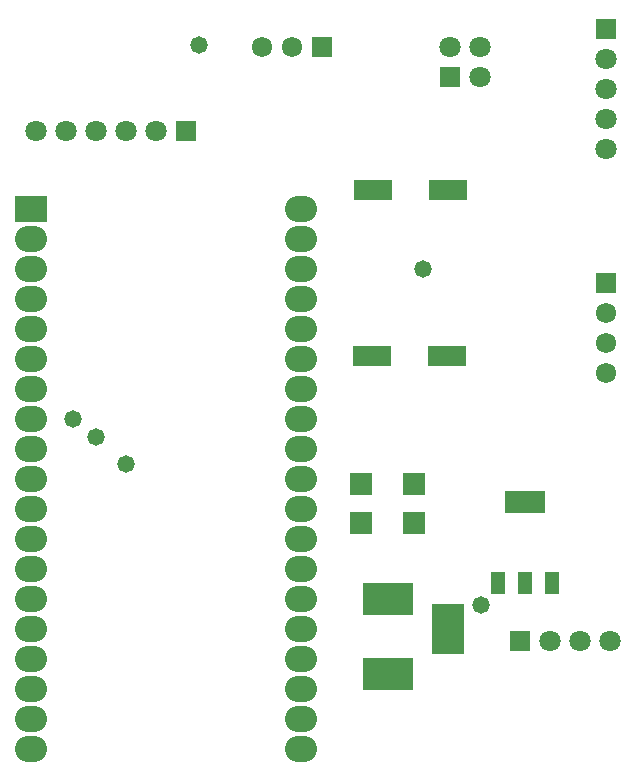
<source format=gts>
G04*
G04 #@! TF.GenerationSoftware,Altium Limited,Altium Designer,24.4.1 (13)*
G04*
G04 Layer_Color=8388736*
%FSLAX25Y25*%
%MOIN*%
G70*
G04*
G04 #@! TF.SameCoordinates,97D1044A-C35F-4CB3-83FE-F4252C381A68*
G04*
G04*
G04 #@! TF.FilePolarity,Negative*
G04*
G01*
G75*
%ADD20R,0.12800X0.06800*%
%ADD21R,0.04737X0.07296*%
%ADD22R,0.13792X0.07296*%
%ADD23R,0.07493X0.07493*%
%ADD24R,0.10800X0.16800*%
%ADD25R,0.16800X0.10800*%
%ADD26R,0.06784X0.06784*%
%ADD27C,0.06784*%
%ADD28R,0.06784X0.06784*%
%ADD29C,0.07099*%
%ADD30R,0.07099X0.07099*%
%ADD31R,0.07099X0.07099*%
%ADD32O,0.10642X0.08674*%
%ADD33R,0.10642X0.08674*%
%ADD34C,0.05800*%
D20*
X147500Y197500D02*
D03*
X122500D02*
D03*
X147000Y142000D02*
D03*
X122000D02*
D03*
D21*
X182016Y66614D02*
D03*
X163984D02*
D03*
X173000D02*
D03*
D22*
Y93386D02*
D03*
D23*
X136000Y99496D02*
D03*
Y86504D02*
D03*
X118500Y99496D02*
D03*
Y86504D02*
D03*
D24*
X147500Y51000D02*
D03*
D25*
X127500Y36000D02*
D03*
Y61000D02*
D03*
D26*
X200000Y166500D02*
D03*
D27*
Y156500D02*
D03*
Y146500D02*
D03*
Y136500D02*
D03*
X95500Y245000D02*
D03*
X85500D02*
D03*
D28*
X105500D02*
D03*
D29*
X200000Y211000D02*
D03*
Y221000D02*
D03*
Y231000D02*
D03*
Y241000D02*
D03*
X201500Y47000D02*
D03*
X191500D02*
D03*
X181500D02*
D03*
X10000Y217000D02*
D03*
X20000D02*
D03*
X30000D02*
D03*
X40000D02*
D03*
X50000D02*
D03*
X158000Y235000D02*
D03*
X148000Y245000D02*
D03*
X158000D02*
D03*
D30*
X200000Y251000D02*
D03*
D31*
X171500Y47000D02*
D03*
X60000Y217000D02*
D03*
X148000Y235000D02*
D03*
D32*
X98500Y71000D02*
D03*
Y91000D02*
D03*
Y101000D02*
D03*
Y81000D02*
D03*
Y11000D02*
D03*
Y51000D02*
D03*
Y31000D02*
D03*
Y61000D02*
D03*
Y41000D02*
D03*
Y21000D02*
D03*
X8500Y181000D02*
D03*
Y161000D02*
D03*
Y171000D02*
D03*
Y101000D02*
D03*
Y141000D02*
D03*
Y131000D02*
D03*
Y111000D02*
D03*
Y121000D02*
D03*
Y151000D02*
D03*
X98500Y111000D02*
D03*
Y191000D02*
D03*
Y181000D02*
D03*
Y171000D02*
D03*
Y161000D02*
D03*
Y151000D02*
D03*
Y141000D02*
D03*
Y131000D02*
D03*
Y121000D02*
D03*
X8500Y81000D02*
D03*
Y11000D02*
D03*
Y21000D02*
D03*
Y31000D02*
D03*
Y41000D02*
D03*
Y51000D02*
D03*
Y61000D02*
D03*
Y71000D02*
D03*
Y91000D02*
D03*
D33*
Y191000D02*
D03*
D34*
X158500Y59000D02*
D03*
X64500Y245700D02*
D03*
X22400Y121000D02*
D03*
X30000Y115100D02*
D03*
X139000Y171000D02*
D03*
X40000Y106200D02*
D03*
M02*

</source>
